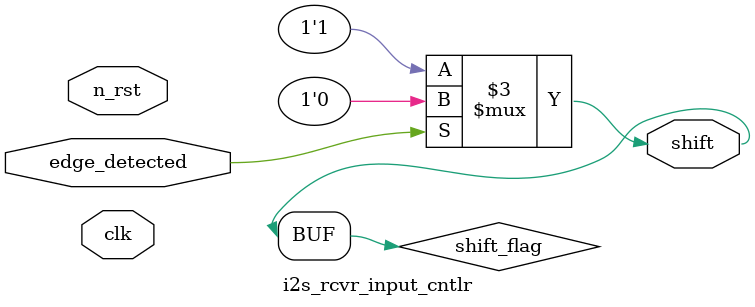
<source format=sv>

module i2s_rcvr_input_cntlr(
  input wire clk,
  input wire n_rst,
  input wire edge_detected,
  output wire shift);
  
  reg shift_flag;
  
  assign shift = shift_flag;
  
  //shift in registers
  always_comb begin
    if(edge_detected) begin
      shift_flag = 1'b0;
    end
    else begin
      shift_flag = 1'b1;
    end
  end
  
endmodule
</source>
